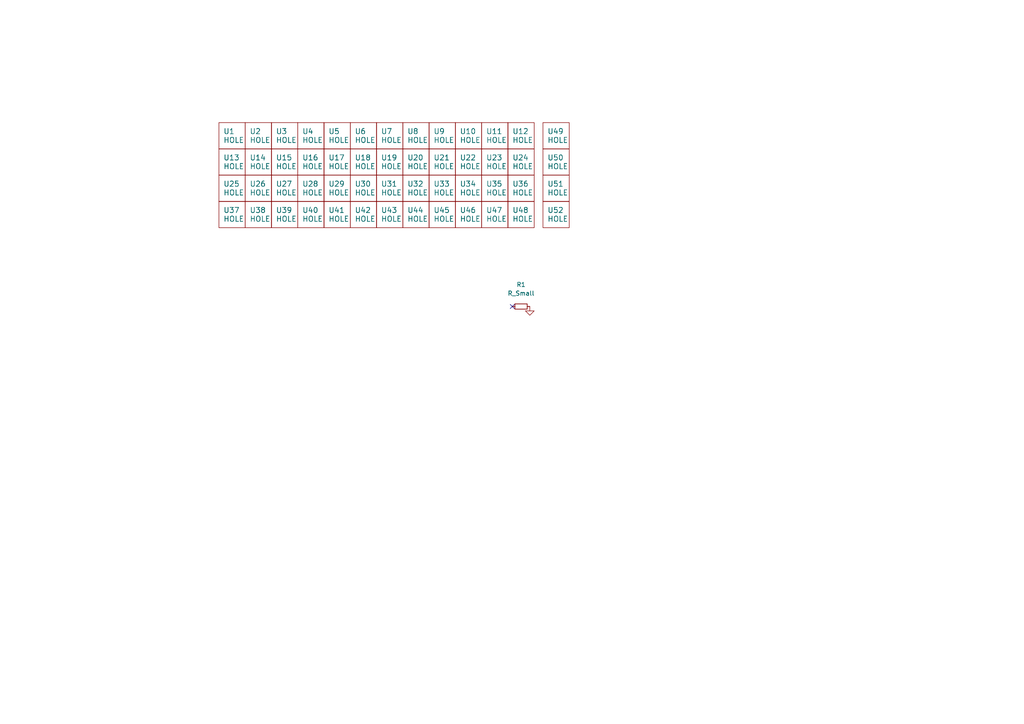
<source format=kicad_sch>
(kicad_sch (version 20211123) (generator eeschema)
  (paper "A4")
  (lib_symbols
    (symbol "Device:R_Small" (pin_numbers hide) (pin_names (offset 0.254) hide)
      (property "Reference" "R" (at 0.762 0.508 0))
      (property "Value" "R_Small" (at 0.762 -1.016 0))
      (symbol "R_Small_0_1"
        (rectangle (start -0.762 1.778) (end 0.762 -1.778) (stroke (width 0.2032)))
      )
      (symbol "R_Small_1_1"
        (pin passive line (at 0 2.54 270) (length 0.762) (name "~") (number "1"))
        (pin passive line (at 0 -2.54 90) (length 0.762) (name "~") (number "2"))
      )
    )
    (symbol "component:GND" (power) (pin_names (offset 0))
      (symbol "GND_0_1"
        (polyline (pts (xy 0 0) (xy 0 1.27) (xy 0 1.27)))
        (polyline (pts (xy -1.27 0) (xy 0 -1.27) (xy 1.27 0) (xy -1.27 0)))
      )
      (symbol "GND_1_1"
        (pin power_in line (at 0 1.27 270) (length 0) hide (name "GND") (number "1"))
      )
    )
    (symbol "lets_split-cache:HOLE" (pin_names (offset 1.016))
      (property "Reference" "U" (at 0 5.08 0))
      (property "Value" "HOLE" (at 0 0 0))
      (symbol "HOLE_0_1"
        (rectangle (start -3.81 3.81) (end 3.81 -3.81))
      )
    )
  )
  (no_connect (at 148.59 88.9))
  (symbol (lib_id "lets_split-cache:HOLE") (at 67.31 39.37 0) (unit 1)
    (property "Reference" "U1" (at 64.77 38.1 0) (effects (font (size 1.524 1.524)) (justify left)))
    (property "Value" "HOLE" (at 64.77 40.64 0) (effects (font (size 1.524 1.524)) (justify left)))
    (property "Footprint" "Keeb_footprints:MX100_cutout" (effects hide))
  )
  (symbol (lib_id "lets_split-cache:HOLE") (at 74.93 39.37 0) (unit 1)
    (property "Reference" "U2" (at 72.39 38.1 0) (effects (font (size 1.524 1.524)) (justify left)))
    (property "Value" "HOLE" (at 72.39 40.64 0) (effects (font (size 1.524 1.524)) (justify left)))
    (property "Footprint" "Keeb_footprints:MX100_cutout" (effects hide))
  )
  (symbol (lib_id "lets_split-cache:HOLE") (at 82.55 39.37 0) (unit 1)
    (property "Reference" "U3" (at 80.01 38.1 0) (effects (font (size 1.524 1.524)) (justify left)))
    (property "Value" "HOLE" (at 80.01 40.64 0) (effects (font (size 1.524 1.524)) (justify left)))
    (property "Footprint" "Keeb_footprints:MX100_cutout" (effects hide))
  )
  (symbol (lib_id "lets_split-cache:HOLE") (at 90.17 39.37 0) (unit 1)
    (property "Reference" "U4" (at 87.63 38.1 0) (effects (font (size 1.524 1.524)) (justify left)))
    (property "Value" "HOLE" (at 87.63 40.64 0) (effects (font (size 1.524 1.524)) (justify left)))
    (property "Footprint" "Keeb_footprints:MX100_cutout" (effects hide))
  )
  (symbol (lib_id "lets_split-cache:HOLE") (at 67.31 46.99 0) (unit 1)
    (property "Reference" "U13" (at 64.77 45.72 0) (effects (font (size 1.524 1.524)) (justify left)))
    (property "Value" "HOLE" (at 64.77 48.26 0) (effects (font (size 1.524 1.524)) (justify left)))
    (property "Footprint" "Keeb_footprints:MX100_cutout" (effects hide))
  )
  (symbol (lib_id "lets_split-cache:HOLE") (at 74.93 46.99 0) (unit 1)
    (property "Reference" "U14" (at 72.39 45.72 0) (effects (font (size 1.524 1.524)) (justify left)))
    (property "Value" "HOLE" (at 72.39 48.26 0) (effects (font (size 1.524 1.524)) (justify left)))
    (property "Footprint" "Keeb_footprints:MX100_cutout" (effects hide))
  )
  (symbol (lib_id "lets_split-cache:HOLE") (at 82.55 46.99 0) (unit 1)
    (property "Reference" "U15" (at 80.01 45.72 0) (effects (font (size 1.524 1.524)) (justify left)))
    (property "Value" "HOLE" (at 80.01 48.26 0) (effects (font (size 1.524 1.524)) (justify left)))
    (property "Footprint" "Keeb_footprints:MX100_cutout" (effects hide))
  )
  (symbol (lib_id "lets_split-cache:HOLE") (at 90.17 46.99 0) (unit 1)
    (property "Reference" "U16" (at 87.63 45.72 0) (effects (font (size 1.524 1.524)) (justify left)))
    (property "Value" "HOLE" (at 87.63 48.26 0) (effects (font (size 1.524 1.524)) (justify left)))
    (property "Footprint" "Keeb_footprints:MX100_cutout" (effects hide))
  )
  (symbol (lib_id "lets_split-cache:HOLE") (at 67.31 54.61 0) (unit 1)
    (property "Reference" "U25" (at 64.77 53.34 0) (effects (font (size 1.524 1.524)) (justify left)))
    (property "Value" "HOLE" (at 64.77 55.88 0) (effects (font (size 1.524 1.524)) (justify left)))
    (property "Footprint" "Keeb_footprints:MX100_cutout" (effects hide))
  )
  (symbol (lib_id "lets_split-cache:HOLE") (at 74.93 54.61 0) (unit 1)
    (property "Reference" "U26" (at 72.39 53.34 0) (effects (font (size 1.524 1.524)) (justify left)))
    (property "Value" "HOLE" (at 72.39 55.88 0) (effects (font (size 1.524 1.524)) (justify left)))
    (property "Footprint" "Keeb_footprints:MX100_cutout" (effects hide))
  )
  (symbol (lib_id "lets_split-cache:HOLE") (at 82.55 54.61 0) (unit 1)
    (property "Reference" "U27" (at 80.01 53.34 0) (effects (font (size 1.524 1.524)) (justify left)))
    (property "Value" "HOLE" (at 80.01 55.88 0) (effects (font (size 1.524 1.524)) (justify left)))
    (property "Footprint" "Keeb_footprints:MX100_cutout" (effects hide))
  )
  (symbol (lib_id "lets_split-cache:HOLE") (at 90.17 54.61 0) (unit 1)
    (property "Reference" "U28" (at 87.63 53.34 0) (effects (font (size 1.524 1.524)) (justify left)))
    (property "Value" "HOLE" (at 87.63 55.88 0) (effects (font (size 1.524 1.524)) (justify left)))
    (property "Footprint" "Keeb_footprints:MX100_cutout" (effects hide))
  )
  (symbol (lib_id "lets_split-cache:HOLE") (at 67.31 62.23 0) (unit 1)
    (property "Reference" "U37" (at 64.77 60.96 0) (effects (font (size 1.524 1.524)) (justify left)))
    (property "Value" "HOLE" (at 64.77 63.5 0) (effects (font (size 1.524 1.524)) (justify left)))
    (property "Footprint" "Keeb_footprints:MX100_cutout" (effects hide))
  )
  (symbol (lib_id "lets_split-cache:HOLE") (at 74.93 62.23 0) (unit 1)
    (property "Reference" "U38" (at 72.39 60.96 0) (effects (font (size 1.524 1.524)) (justify left)))
    (property "Value" "HOLE" (at 72.39 63.5 0) (effects (font (size 1.524 1.524)) (justify left)))
    (property "Footprint" "Keeb_footprints:MX100_cutout" (effects hide))
  )
  (symbol (lib_id "lets_split-cache:HOLE") (at 82.55 62.23 0) (unit 1)
    (property "Reference" "U39" (at 80.01 60.96 0) (effects (font (size 1.524 1.524)) (justify left)))
    (property "Value" "HOLE" (at 80.01 63.5 0) (effects (font (size 1.524 1.524)) (justify left)))
    (property "Footprint" "Keeb_footprints:MX100_cutout" (effects hide))
  )
  (symbol (lib_id "lets_split-cache:HOLE") (at 90.17 62.23 0) (unit 1)
    (property "Reference" "U40" (at 87.63 60.96 0) (effects (font (size 1.524 1.524)) (justify left)))
    (property "Value" "HOLE" (at 87.63 63.5 0) (effects (font (size 1.524 1.524)) (justify left)))
    (property "Footprint" "Keeb_footprints:MX100_cutout" (effects hide))
  )
  (symbol (lib_id "lets_split-cache:HOLE") (at 97.79 39.37 0) (unit 1)
    (property "Reference" "U5" (at 95.25 38.1 0) (effects (font (size 1.524 1.524)) (justify left)))
    (property "Value" "HOLE" (at 95.25 40.64 0) (effects (font (size 1.524 1.524)) (justify left)))
    (property "Footprint" "Keeb_footprints:MX100_cutout" (effects hide))
  )
  (symbol (lib_id "lets_split-cache:HOLE") (at 105.41 39.37 0) (unit 1)
    (property "Reference" "U6" (at 102.87 38.1 0) (effects (font (size 1.524 1.524)) (justify left)))
    (property "Value" "HOLE" (at 102.87 40.64 0) (effects (font (size 1.524 1.524)) (justify left)))
    (property "Footprint" "Keeb_footprints:MX100_cutout" (effects hide))
  )
  (symbol (lib_id "lets_split-cache:HOLE") (at 113.03 39.37 0) (unit 1)
    (property "Reference" "U7" (at 110.49 38.1 0) (effects (font (size 1.524 1.524)) (justify left)))
    (property "Value" "HOLE" (at 110.49 40.64 0) (effects (font (size 1.524 1.524)) (justify left)))
    (property "Footprint" "Keeb_footprints:MX100_cutout" (effects hide))
  )
  (symbol (lib_id "lets_split-cache:HOLE") (at 120.65 39.37 0) (unit 1)
    (property "Reference" "U8" (at 118.11 38.1 0) (effects (font (size 1.524 1.524)) (justify left)))
    (property "Value" "HOLE" (at 118.11 40.64 0) (effects (font (size 1.524 1.524)) (justify left)))
    (property "Footprint" "Keeb_footprints:MX100_cutout" (effects hide))
  )
  (symbol (lib_id "lets_split-cache:HOLE") (at 97.79 46.99 0) (unit 1)
    (property "Reference" "U17" (at 95.25 45.72 0) (effects (font (size 1.524 1.524)) (justify left)))
    (property "Value" "HOLE" (at 95.25 48.26 0) (effects (font (size 1.524 1.524)) (justify left)))
    (property "Footprint" "Keeb_footprints:MX100_cutout" (effects hide))
  )
  (symbol (lib_id "lets_split-cache:HOLE") (at 105.41 46.99 0) (unit 1)
    (property "Reference" "U18" (at 102.87 45.72 0) (effects (font (size 1.524 1.524)) (justify left)))
    (property "Value" "HOLE" (at 102.87 48.26 0) (effects (font (size 1.524 1.524)) (justify left)))
    (property "Footprint" "Keeb_footprints:MX100_cutout" (effects hide))
  )
  (symbol (lib_id "lets_split-cache:HOLE") (at 113.03 46.99 0) (unit 1)
    (property "Reference" "U19" (at 110.49 45.72 0) (effects (font (size 1.524 1.524)) (justify left)))
    (property "Value" "HOLE" (at 110.49 48.26 0) (effects (font (size 1.524 1.524)) (justify left)))
    (property "Footprint" "Keeb_footprints:MX100_cutout" (effects hide))
  )
  (symbol (lib_id "lets_split-cache:HOLE") (at 120.65 46.99 0) (unit 1)
    (property "Reference" "U20" (at 118.11 45.72 0) (effects (font (size 1.524 1.524)) (justify left)))
    (property "Value" "HOLE" (at 118.11 48.26 0) (effects (font (size 1.524 1.524)) (justify left)))
    (property "Footprint" "Keeb_footprints:MX100_cutout" (effects hide))
  )
  (symbol (lib_id "lets_split-cache:HOLE") (at 97.79 54.61 0) (unit 1)
    (property "Reference" "U29" (at 95.25 53.34 0) (effects (font (size 1.524 1.524)) (justify left)))
    (property "Value" "HOLE" (at 95.25 55.88 0) (effects (font (size 1.524 1.524)) (justify left)))
    (property "Footprint" "Keeb_footprints:MX100_cutout" (effects hide))
  )
  (symbol (lib_id "lets_split-cache:HOLE") (at 105.41 54.61 0) (unit 1)
    (property "Reference" "U30" (at 102.87 53.34 0) (effects (font (size 1.524 1.524)) (justify left)))
    (property "Value" "HOLE" (at 102.87 55.88 0) (effects (font (size 1.524 1.524)) (justify left)))
    (property "Footprint" "Keeb_footprints:MX100_cutout" (effects hide))
  )
  (symbol (lib_id "lets_split-cache:HOLE") (at 113.03 54.61 0) (unit 1)
    (property "Reference" "U31" (at 110.49 53.34 0) (effects (font (size 1.524 1.524)) (justify left)))
    (property "Value" "HOLE" (at 110.49 55.88 0) (effects (font (size 1.524 1.524)) (justify left)))
    (property "Footprint" "Keeb_footprints:MX100_cutout" (effects hide))
  )
  (symbol (lib_id "lets_split-cache:HOLE") (at 120.65 54.61 0) (unit 1)
    (property "Reference" "U32" (at 118.11 53.34 0) (effects (font (size 1.524 1.524)) (justify left)))
    (property "Value" "HOLE" (at 118.11 55.88 0) (effects (font (size 1.524 1.524)) (justify left)))
    (property "Footprint" "Keeb_footprints:MX100_cutout" (effects hide))
  )
  (symbol (lib_id "lets_split-cache:HOLE") (at 97.79 62.23 0) (unit 1)
    (property "Reference" "U41" (at 95.25 60.96 0) (effects (font (size 1.524 1.524)) (justify left)))
    (property "Value" "HOLE" (at 95.25 63.5 0) (effects (font (size 1.524 1.524)) (justify left)))
    (property "Footprint" "Keeb_footprints:MX100_cutout" (effects hide))
  )
  (symbol (lib_id "lets_split-cache:HOLE") (at 105.41 62.23 0) (unit 1)
    (property "Reference" "U42" (at 102.87 60.96 0) (effects (font (size 1.524 1.524)) (justify left)))
    (property "Value" "HOLE" (at 102.87 63.5 0) (effects (font (size 1.524 1.524)) (justify left)))
    (property "Footprint" "Keeb_footprints:MX100_cutout" (effects hide))
  )
  (symbol (lib_id "lets_split-cache:HOLE") (at 113.03 62.23 0) (unit 1)
    (property "Reference" "U43" (at 110.49 60.96 0) (effects (font (size 1.524 1.524)) (justify left)))
    (property "Value" "HOLE" (at 110.49 63.5 0) (effects (font (size 1.524 1.524)) (justify left)))
    (property "Footprint" "Keeb_footprints:MX100_cutout" (effects hide))
  )
  (symbol (lib_id "lets_split-cache:HOLE") (at 120.65 62.23 0) (unit 1)
    (property "Reference" "U44" (at 118.11 60.96 0) (effects (font (size 1.524 1.524)) (justify left)))
    (property "Value" "HOLE" (at 118.11 63.5 0) (effects (font (size 1.524 1.524)) (justify left)))
    (property "Footprint" "Keeb_footprints:MX100_cutout" (effects hide))
  )
  (symbol (lib_id "lets_split-cache:HOLE") (at 128.27 39.37 0) (unit 1)
    (property "Reference" "U9" (at 125.73 38.1 0) (effects (font (size 1.524 1.524)) (justify left)))
    (property "Value" "HOLE" (at 125.73 40.64 0) (effects (font (size 1.524 1.524)) (justify left)))
    (property "Footprint" "Keeb_footprints:MX100_cutout" (effects hide))
  )
  (symbol (lib_id "lets_split-cache:HOLE") (at 135.89 39.37 0) (unit 1)
    (property "Reference" "U10" (at 133.35 38.1 0) (effects (font (size 1.524 1.524)) (justify left)))
    (property "Value" "HOLE" (at 133.35 40.64 0) (effects (font (size 1.524 1.524)) (justify left)))
    (property "Footprint" "Keeb_footprints:MX100_cutout" (effects hide))
  )
  (symbol (lib_id "lets_split-cache:HOLE") (at 143.51 39.37 0) (unit 1)
    (property "Reference" "U11" (at 140.97 38.1 0) (effects (font (size 1.524 1.524)) (justify left)))
    (property "Value" "HOLE" (at 140.97 40.64 0) (effects (font (size 1.524 1.524)) (justify left)))
    (property "Footprint" "Keeb_footprints:MX100_cutout" (effects hide))
  )
  (symbol (lib_id "lets_split-cache:HOLE") (at 151.13 39.37 0) (unit 1)
    (property "Reference" "U12" (at 148.59 38.1 0) (effects (font (size 1.524 1.524)) (justify left)))
    (property "Value" "HOLE" (at 148.59 40.64 0) (effects (font (size 1.524 1.524)) (justify left)))
    (property "Footprint" "Keeb_footprints:MX100_cutout" (effects hide))
  )
  (symbol (lib_id "lets_split-cache:HOLE") (at 128.27 46.99 0) (unit 1)
    (property "Reference" "U21" (at 125.73 45.72 0) (effects (font (size 1.524 1.524)) (justify left)))
    (property "Value" "HOLE" (at 125.73 48.26 0) (effects (font (size 1.524 1.524)) (justify left)))
    (property "Footprint" "Keeb_footprints:MX100_cutout" (effects hide))
  )
  (symbol (lib_id "lets_split-cache:HOLE") (at 135.89 46.99 0) (unit 1)
    (property "Reference" "U22" (at 133.35 45.72 0) (effects (font (size 1.524 1.524)) (justify left)))
    (property "Value" "HOLE" (at 133.35 48.26 0) (effects (font (size 1.524 1.524)) (justify left)))
    (property "Footprint" "Keeb_footprints:MX100_cutout" (effects hide))
  )
  (symbol (lib_id "lets_split-cache:HOLE") (at 143.51 46.99 0) (unit 1)
    (property "Reference" "U23" (at 140.97 45.72 0) (effects (font (size 1.524 1.524)) (justify left)))
    (property "Value" "HOLE" (at 140.97 48.26 0) (effects (font (size 1.524 1.524)) (justify left)))
    (property "Footprint" "Keeb_footprints:MX100_cutout" (effects hide))
  )
  (symbol (lib_id "lets_split-cache:HOLE") (at 151.13 46.99 0) (unit 1)
    (property "Reference" "U24" (at 148.59 45.72 0) (effects (font (size 1.524 1.524)) (justify left)))
    (property "Value" "HOLE" (at 148.59 48.26 0) (effects (font (size 1.524 1.524)) (justify left)))
    (property "Footprint" "Keeb_footprints:MX100_cutout" (effects hide))
  )
  (symbol (lib_id "lets_split-cache:HOLE") (at 128.27 54.61 0) (unit 1)
    (property "Reference" "U33" (at 125.73 53.34 0) (effects (font (size 1.524 1.524)) (justify left)))
    (property "Value" "HOLE" (at 125.73 55.88 0) (effects (font (size 1.524 1.524)) (justify left)))
    (property "Footprint" "Keeb_footprints:MX100_cutout" (effects hide))
  )
  (symbol (lib_id "lets_split-cache:HOLE") (at 135.89 54.61 0) (unit 1)
    (property "Reference" "U34" (at 133.35 53.34 0) (effects (font (size 1.524 1.524)) (justify left)))
    (property "Value" "HOLE" (at 133.35 55.88 0) (effects (font (size 1.524 1.524)) (justify left)))
    (property "Footprint" "Keeb_footprints:MX100_cutout" (effects hide))
  )
  (symbol (lib_id "lets_split-cache:HOLE") (at 143.51 54.61 0) (unit 1)
    (property "Reference" "U35" (at 140.97 53.34 0) (effects (font (size 1.524 1.524)) (justify left)))
    (property "Value" "HOLE" (at 140.97 55.88 0) (effects (font (size 1.524 1.524)) (justify left)))
    (property "Footprint" "Keeb_footprints:MX100_cutout" (effects hide))
  )
  (symbol (lib_id "lets_split-cache:HOLE") (at 151.13 54.61 0) (unit 1)
    (property "Reference" "U36" (at 148.59 53.34 0) (effects (font (size 1.524 1.524)) (justify left)))
    (property "Value" "HOLE" (at 148.59 55.88 0) (effects (font (size 1.524 1.524)) (justify left)))
    (property "Footprint" "Keeb_footprints:MX100_cutout" (effects hide))
  )
  (symbol (lib_id "lets_split-cache:HOLE") (at 128.27 62.23 0) (unit 1)
    (property "Reference" "U45" (at 125.73 60.96 0) (effects (font (size 1.524 1.524)) (justify left)))
    (property "Value" "HOLE" (at 125.73 63.5 0) (effects (font (size 1.524 1.524)) (justify left)))
    (property "Footprint" "Keeb_footprints:MX100_cutout" (effects hide))
  )
  (symbol (lib_id "lets_split-cache:HOLE") (at 135.89 62.23 0) (unit 1)
    (property "Reference" "U46" (at 133.35 60.96 0) (effects (font (size 1.524 1.524)) (justify left)))
    (property "Value" "HOLE" (at 133.35 63.5 0) (effects (font (size 1.524 1.524)) (justify left)))
    (property "Footprint" "Keeb_footprints:MX100_cutout" (effects hide))
  )
  (symbol (lib_id "lets_split-cache:HOLE") (at 143.51 62.23 0) (unit 1)
    (property "Reference" "U47" (at 140.97 60.96 0) (effects (font (size 1.524 1.524)) (justify left)))
    (property "Value" "HOLE" (at 140.97 63.5 0) (effects (font (size 1.524 1.524)) (justify left)))
    (property "Footprint" "Keeb_footprints:MX100_cutout" (effects hide))
  )
  (symbol (lib_id "lets_split-cache:HOLE") (at 151.13 62.23 0) (unit 1)
    (property "Reference" "U48" (at 148.59 60.96 0) (effects (font (size 1.524 1.524)) (justify left)))
    (property "Value" "HOLE" (at 148.59 63.5 0) (effects (font (size 1.524 1.524)) (justify left)))
    (property "Footprint" "Keeb_footprints:MX_100_cutout" (effects hide))
  )
  (symbol (lib_id "lets_split-cache:HOLE") (at 161.29 39.37 0) (unit 1)
    (property "Reference" "U49" (at 158.75 38.1 0) (effects (font (size 1.524 1.524)) (justify left)))
    (property "Value" "HOLE" (at 158.75 40.64 0) (effects (font (size 1.524 1.524)) (justify left)))
    (property "Footprint" "Keeb_footprints:MX_100_cutout" (effects hide))
  )
  (symbol (lib_id "lets_split-cache:HOLE") (at 161.29 46.99 0) (unit 1)
    (property "Reference" "U50" (at 158.75 45.72 0) (effects (font (size 1.524 1.524)) (justify left)))
    (property "Value" "HOLE" (at 158.75 48.26 0) (effects (font (size 1.524 1.524)) (justify left)))
    (property "Footprint" "Keeb_footprints:MX100_cutout" (effects hide))
  )
  (symbol (lib_id "lets_split-cache:HOLE") (at 161.29 54.61 0) (unit 1)
    (property "Reference" "U51" (at 158.75 53.34 0) (effects (font (size 1.524 1.524)) (justify left)))
    (property "Value" "HOLE" (at 158.75 55.88 0) (effects (font (size 1.524 1.524)) (justify left)))
    (property "Footprint" "Keeb_footprints:MX100_cutout" (effects hide))
  )
  (symbol (lib_id "lets_split-cache:HOLE") (at 161.29 62.23 0) (unit 1)
    (property "Reference" "U52" (at 158.75 60.96 0) (effects (font (size 1.524 1.524)) (justify left)))
    (property "Value" "HOLE" (at 158.75 63.5 0) (effects (font (size 1.524 1.524)) (justify left)))
    (property "Footprint" "Keeb_footprints:MX_100_cutout" (effects hide))
  )
  (symbol (lib_id "component:GND") (at 153.67 90.17 0) (unit 1)
    (property "Reference" "#PWR0101" (effects hide))
    (property "Value" "GND" (effects hide))
  )
  (symbol (lib_id "Device:R_Small") (at 151.13 88.9 90) (unit 1)
    (property "Reference" "R1" (at 151.13 82.55 90))
    (property "Value" "R_Small" (at 151.13 85.09 90))
    (property "Footprint" "Resistor_SMD:R_0201_0603Metric_Pad0.64x0.40mm_HandSolder" (effects hide))
  )
)
</source>
